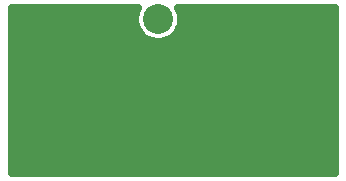
<source format=gbl>
G04 DipTrace 3.0.0.2*
G04 crowbar.GBL*
%MOMM*%
G04 #@! TF.FileFunction,Copper,L2,Bot*
G04 #@! TF.Part,Single*
G04 #@! TA.AperFunction,CopperBalancing*
%ADD15C,0.635*%
G04 #@! TA.AperFunction,ComponentPad*
%ADD22C,2.54*%
%ADD23C,1.5*%
%FSLAX35Y35*%
G04*
G71*
G90*
G75*
G01*
G04 Bottom*
%LPD*%
X1102360Y2429843D2*
D15*
X2136232D1*
X2532288D2*
X3820160D1*
X1102360Y2366677D2*
X2136108D1*
X2532412D2*
X3820160D1*
X1102360Y2303510D2*
X2157936D1*
X2510584D2*
X3820160D1*
X1102360Y2240343D2*
X2213994D1*
X2454526D2*
X3820160D1*
X1102360Y2177177D2*
X3820160D1*
X1102360Y2114010D2*
X3820160D1*
X1102360Y2050843D2*
X3820160D1*
X1102360Y1987677D2*
X3820160D1*
X1102360Y1924510D2*
X3820160D1*
X1102360Y1861343D2*
X3820160D1*
X1102360Y1798177D2*
X3820160D1*
X1102360Y1735010D2*
X3820160D1*
X1102360Y1671843D2*
X3820160D1*
X1102360Y1608677D2*
X3820160D1*
X1102360Y1545510D2*
X3820160D1*
X1102360Y1482343D2*
X3820160D1*
X1102360Y1419177D2*
X3820160D1*
X1102360Y1356010D2*
X3820160D1*
X1102360Y1292843D2*
X3820160D1*
X1102360Y1229677D2*
X3820160D1*
X1102360Y1166510D2*
X3820160D1*
X1102360Y1103343D2*
X3820160D1*
X2527971Y2382515D2*
X2523201Y2352399D1*
X2513779Y2323401D1*
X2499937Y2296233D1*
X2482014Y2271566D1*
X2460454Y2250006D1*
X2435787Y2232083D1*
X2408619Y2218241D1*
X2379621Y2208819D1*
X2349505Y2204049D1*
X2319015D1*
X2288899Y2208819D1*
X2259901Y2218241D1*
X2232733Y2232083D1*
X2208066Y2250006D1*
X2186506Y2271566D1*
X2168583Y2296233D1*
X2154741Y2323401D1*
X2145319Y2352399D1*
X2140549Y2382515D1*
Y2413005D1*
X2145319Y2443121D1*
X2154741Y2472119D1*
X2165060Y2492995D1*
X1096010Y2493010D1*
Y1096010D1*
X3826510D1*
Y2493010D1*
X2503552D1*
X2513779Y2472119D1*
X2523201Y2443121D1*
X2527971Y2413005D1*
Y2382515D1*
D22*
X2334260Y1254760D3*
Y2397760D3*
D23*
X2810510D3*
X3001010D3*
X3191510D3*
X3382010D3*
X3572510D3*
X3763010D3*
X3001010Y1159510D3*
X3191510D3*
X3382010D3*
X3572510D3*
X3763010D3*
M02*

</source>
